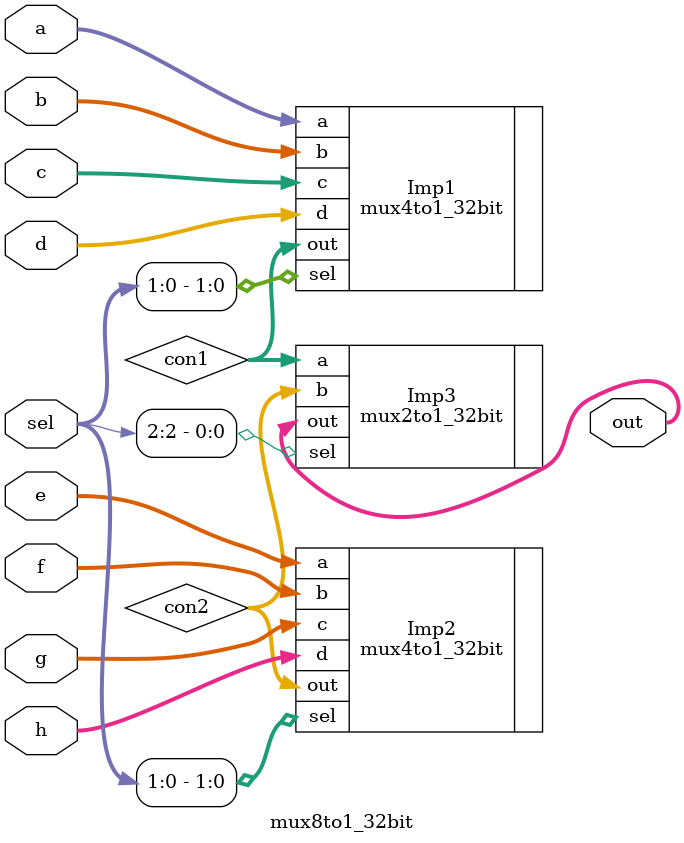
<source format=sv>

module mux8to1_32bit (
	input logic [31:0]a,
	input logic [31:0]b,
	input logic [31:0]c,
	input logic [31:0]d,
	input logic [31:0]e,
	input logic [31:0]f,
	input logic [31:0]g,
	input logic [31:0]h,
	input logic [2:0] sel,
	output logic [31:0] out
	);

	logic [31:0] con1;
	logic [31:0] con2;

	mux4to1_32bit Imp1(
		.a (a),
		.b (b),
		.c (c),
		.d (d),
		.sel (sel[1:0]),
		.out (con1)
		);

	mux4to1_32bit Imp2(
		.a (e),
		.b (f),
		.c (g),
		.d (h),
		.sel (sel[1:0]),
		.out (con2)
		);

	mux2to1_32bit Imp3(
		.a (con1),
		.b (con2),
		.sel (sel[2]),
		.out(out)
	);
endmodule

</source>
